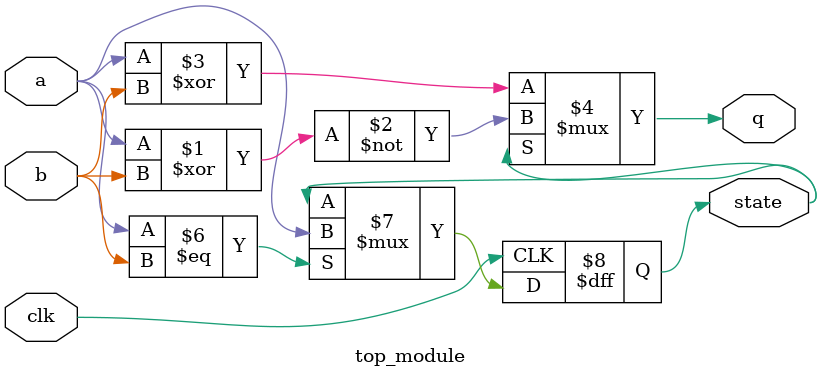
<source format=v>
module top_module (
    input clk,
    input a,
    input b,
    output q,
    output reg state);
	
    assign q = (state) ? ~(a ^ b) : (a ^ b);
    always @(posedge clk) state <= (a == b) ? a : state;
    
endmodule

</source>
